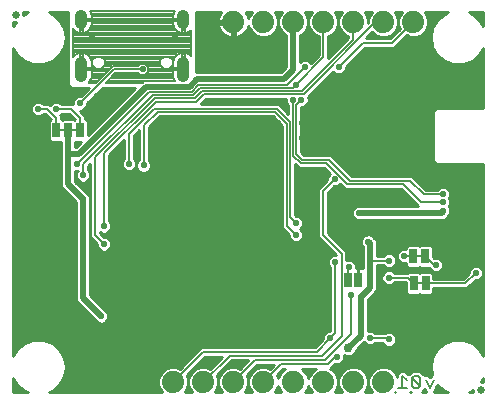
<source format=gbl>
G75*
%MOIN*%
%OFA0B0*%
%FSLAX25Y25*%
%IPPOS*%
%LPD*%
%AMOC8*
5,1,8,0,0,1.08239X$1,22.5*
%
%ADD10C,0.00800*%
%ADD11R,0.02500X0.05000*%
%ADD12R,0.01600X0.01000*%
%ADD13C,0.02500*%
%ADD14C,0.07400*%
%ADD15C,0.03937*%
%ADD16C,0.02000*%
%ADD17C,0.02200*%
%ADD18C,0.03000*%
%ADD19C,0.00600*%
%ADD20C,0.01000*%
D10*
X0180152Y0179800D02*
X0180342Y0179990D01*
X0180711Y0180541D01*
X0180964Y0181154D01*
X0181094Y0181805D01*
X0181094Y0183902D01*
X0178125Y0183902D01*
X0178125Y0184702D01*
X0177325Y0184702D01*
X0177325Y0189823D01*
X0176743Y0189707D01*
X0176130Y0189453D01*
X0175578Y0189084D01*
X0175109Y0188615D01*
X0174833Y0188202D01*
X0174833Y0197843D01*
X0175109Y0197431D01*
X0175578Y0196961D01*
X0176130Y0196593D01*
X0176743Y0196339D01*
X0177325Y0196223D01*
X0177325Y0200359D01*
X0178125Y0200359D01*
X0178125Y0196223D01*
X0178708Y0196339D01*
X0179321Y0196593D01*
X0179873Y0196961D01*
X0180342Y0197431D01*
X0180711Y0197982D01*
X0180964Y0198595D01*
X0181094Y0199246D01*
X0181094Y0200359D01*
X0178125Y0200359D01*
X0178125Y0201159D01*
X0181094Y0201159D01*
X0181094Y0202272D01*
X0180964Y0202923D01*
X0180711Y0203536D01*
X0180601Y0203700D01*
X0208866Y0203700D01*
X0208756Y0203536D01*
X0208502Y0202923D01*
X0208373Y0202272D01*
X0208373Y0201159D01*
X0211341Y0201159D01*
X0211341Y0200359D01*
X0208373Y0200359D01*
X0208373Y0199246D01*
X0208502Y0198595D01*
X0208756Y0197982D01*
X0209125Y0197431D01*
X0209594Y0196961D01*
X0210146Y0196593D01*
X0210759Y0196339D01*
X0211341Y0196223D01*
X0211341Y0200359D01*
X0212141Y0200359D01*
X0212141Y0196223D01*
X0212724Y0196339D01*
X0213337Y0196593D01*
X0213888Y0196961D01*
X0214333Y0197406D01*
X0214333Y0188639D01*
X0213888Y0189084D01*
X0213337Y0189453D01*
X0212724Y0189707D01*
X0212141Y0189823D01*
X0212141Y0184702D01*
X0211341Y0184702D01*
X0211341Y0183902D01*
X0208373Y0183902D01*
X0208373Y0181805D01*
X0208502Y0181154D01*
X0208756Y0180541D01*
X0208917Y0180300D01*
X0198597Y0180300D01*
X0198097Y0179800D01*
X0185789Y0179800D01*
X0189089Y0183100D01*
X0196546Y0183100D01*
X0197346Y0182300D01*
X0198920Y0182300D01*
X0200033Y0183413D01*
X0200033Y0184987D01*
X0198920Y0186100D01*
X0197346Y0186100D01*
X0196546Y0185300D01*
X0188178Y0185300D01*
X0182678Y0179800D01*
X0180152Y0179800D01*
X0180618Y0180403D02*
X0183281Y0180403D01*
X0184080Y0181202D02*
X0180974Y0181202D01*
X0181094Y0182001D02*
X0184878Y0182001D01*
X0185677Y0182799D02*
X0181094Y0182799D01*
X0181094Y0183598D02*
X0186475Y0183598D01*
X0187274Y0184396D02*
X0184303Y0184396D01*
X0184217Y0184309D02*
X0185435Y0185528D01*
X0185435Y0187250D01*
X0184217Y0188468D01*
X0182494Y0188468D01*
X0181276Y0187250D01*
X0181276Y0185528D01*
X0182494Y0184309D01*
X0184217Y0184309D01*
X0185102Y0185195D02*
X0188072Y0185195D01*
X0188788Y0182799D02*
X0196847Y0182799D01*
X0199419Y0182799D02*
X0208373Y0182799D01*
X0208373Y0182001D02*
X0187989Y0182001D01*
X0187191Y0181202D02*
X0208493Y0181202D01*
X0208848Y0180403D02*
X0186392Y0180403D01*
X0182407Y0184396D02*
X0178125Y0184396D01*
X0178125Y0184702D02*
X0181094Y0184702D01*
X0181094Y0186799D01*
X0180964Y0187450D01*
X0180711Y0188063D01*
X0180342Y0188615D01*
X0179873Y0189084D01*
X0179321Y0189453D01*
X0178708Y0189707D01*
X0178125Y0189823D01*
X0178125Y0184702D01*
X0178125Y0185195D02*
X0177325Y0185195D01*
X0177325Y0185993D02*
X0178125Y0185993D01*
X0178125Y0186792D02*
X0177325Y0186792D01*
X0177325Y0187590D02*
X0178125Y0187590D01*
X0178125Y0188389D02*
X0177325Y0188389D01*
X0177325Y0189187D02*
X0178125Y0189187D01*
X0179719Y0189187D02*
X0209748Y0189187D01*
X0209594Y0189084D02*
X0209125Y0188615D01*
X0208756Y0188063D01*
X0208502Y0187450D01*
X0208373Y0186799D01*
X0208373Y0184702D01*
X0211341Y0184702D01*
X0211341Y0189823D01*
X0210759Y0189707D01*
X0210146Y0189453D01*
X0209594Y0189084D01*
X0208973Y0188389D02*
X0207053Y0188389D01*
X0206973Y0188468D02*
X0205250Y0188468D01*
X0204032Y0187250D01*
X0204032Y0185528D01*
X0205250Y0184309D01*
X0206973Y0184309D01*
X0208191Y0185528D01*
X0208191Y0187250D01*
X0206973Y0188468D01*
X0207851Y0187590D02*
X0208560Y0187590D01*
X0208373Y0186792D02*
X0208191Y0186792D01*
X0208191Y0185993D02*
X0208373Y0185993D01*
X0208373Y0185195D02*
X0207858Y0185195D01*
X0207059Y0184396D02*
X0211341Y0184396D01*
X0211341Y0185195D02*
X0212141Y0185195D01*
X0212141Y0185993D02*
X0211341Y0185993D01*
X0211341Y0186792D02*
X0212141Y0186792D01*
X0212141Y0187590D02*
X0211341Y0187590D01*
X0211341Y0188389D02*
X0212141Y0188389D01*
X0212141Y0189187D02*
X0211341Y0189187D01*
X0213734Y0189187D02*
X0214333Y0189187D01*
X0214333Y0189986D02*
X0174833Y0189986D01*
X0174833Y0190784D02*
X0214333Y0190784D01*
X0214333Y0191583D02*
X0174833Y0191583D01*
X0174833Y0192381D02*
X0214333Y0192381D01*
X0214333Y0193180D02*
X0174833Y0193180D01*
X0174833Y0193978D02*
X0214333Y0193978D01*
X0214333Y0194777D02*
X0174833Y0194777D01*
X0174833Y0195575D02*
X0214333Y0195575D01*
X0214333Y0196374D02*
X0212808Y0196374D01*
X0212141Y0196374D02*
X0211341Y0196374D01*
X0210675Y0196374D02*
X0178792Y0196374D01*
X0178125Y0196374D02*
X0177325Y0196374D01*
X0176659Y0196374D02*
X0174833Y0196374D01*
X0174833Y0197172D02*
X0175367Y0197172D01*
X0177325Y0197172D02*
X0178125Y0197172D01*
X0178125Y0197971D02*
X0177325Y0197971D01*
X0177325Y0198769D02*
X0178125Y0198769D01*
X0178125Y0199568D02*
X0177325Y0199568D01*
X0178125Y0200366D02*
X0211341Y0200366D01*
X0211341Y0199568D02*
X0212141Y0199568D01*
X0212141Y0198769D02*
X0211341Y0198769D01*
X0211341Y0197971D02*
X0212141Y0197971D01*
X0212141Y0197172D02*
X0211341Y0197172D01*
X0209383Y0197172D02*
X0180084Y0197172D01*
X0180703Y0197971D02*
X0208764Y0197971D01*
X0208468Y0198769D02*
X0180999Y0198769D01*
X0181094Y0199568D02*
X0208373Y0199568D01*
X0208373Y0201165D02*
X0181094Y0201165D01*
X0181094Y0201963D02*
X0208373Y0201963D01*
X0208470Y0202762D02*
X0180997Y0202762D01*
X0180694Y0203560D02*
X0208773Y0203560D01*
X0214099Y0197172D02*
X0214333Y0197172D01*
X0205170Y0188389D02*
X0184297Y0188389D01*
X0185095Y0187590D02*
X0204372Y0187590D01*
X0204032Y0186792D02*
X0185435Y0186792D01*
X0185435Y0185993D02*
X0197239Y0185993D01*
X0199027Y0185993D02*
X0204032Y0185993D01*
X0204365Y0185195D02*
X0199826Y0185195D01*
X0200033Y0184396D02*
X0205163Y0184396D01*
X0208373Y0183598D02*
X0200033Y0183598D01*
X0182414Y0188389D02*
X0180493Y0188389D01*
X0180907Y0187590D02*
X0181616Y0187590D01*
X0181276Y0186792D02*
X0181094Y0186792D01*
X0181094Y0185993D02*
X0181276Y0185993D01*
X0181094Y0185195D02*
X0181609Y0185195D01*
X0175732Y0189187D02*
X0174833Y0189187D01*
X0174833Y0188389D02*
X0174958Y0188389D01*
X0284730Y0082104D02*
X0284730Y0077900D01*
X0286131Y0077900D02*
X0283329Y0077900D01*
X0286131Y0080702D02*
X0284730Y0082104D01*
X0287933Y0081403D02*
X0290735Y0078601D01*
X0290035Y0077900D01*
X0288634Y0077900D01*
X0287933Y0078601D01*
X0287933Y0081403D01*
X0288634Y0082104D01*
X0290035Y0082104D01*
X0290735Y0081403D01*
X0290735Y0078601D01*
X0292537Y0080702D02*
X0293938Y0077900D01*
X0295339Y0080702D01*
D11*
X0292433Y0112900D03*
X0288433Y0112900D03*
X0288333Y0121900D03*
X0292333Y0121900D03*
X0269933Y0113900D03*
X0266733Y0113900D03*
X0177333Y0163900D03*
X0173333Y0163900D03*
X0169333Y0163900D03*
D12*
X0171333Y0163900D03*
X0175333Y0163900D03*
X0290333Y0121900D03*
X0290433Y0112900D03*
D13*
X0310833Y0077500D03*
X0155833Y0202400D03*
D14*
X0228333Y0200000D03*
X0238333Y0200000D03*
X0248333Y0200000D03*
X0258333Y0200000D03*
X0268333Y0200000D03*
X0278333Y0200000D03*
X0288333Y0200000D03*
X0278333Y0080000D03*
X0268333Y0080000D03*
X0258333Y0080000D03*
X0248333Y0080000D03*
X0238333Y0080000D03*
X0228333Y0080000D03*
X0218333Y0080000D03*
X0208333Y0080000D03*
D15*
X0211741Y0186468D02*
X0211741Y0186468D01*
X0211741Y0182136D01*
X0211741Y0182136D01*
X0211741Y0186468D01*
X0211741Y0185876D02*
X0211741Y0185876D01*
X0211741Y0201940D02*
X0211741Y0201940D01*
X0211741Y0199578D01*
X0211741Y0199578D01*
X0211741Y0201940D01*
X0177725Y0201940D02*
X0177725Y0201940D01*
X0177725Y0199578D01*
X0177725Y0199578D01*
X0177725Y0201940D01*
X0177725Y0186468D02*
X0177725Y0186468D01*
X0177725Y0182136D01*
X0177725Y0182136D01*
X0177725Y0186468D01*
X0177725Y0185876D02*
X0177725Y0185876D01*
D16*
X0199342Y0178500D02*
X0213833Y0178500D01*
X0216233Y0180900D01*
X0220833Y0180900D01*
X0245233Y0180900D01*
X0248333Y0184000D01*
X0248333Y0200000D01*
X0199342Y0178500D02*
X0176842Y0156000D01*
X0173333Y0156000D01*
X0173333Y0145869D01*
X0178333Y0140869D01*
X0178333Y0107900D01*
X0184333Y0101900D01*
X0173333Y0156000D02*
X0173333Y0163900D01*
X0270333Y0136400D02*
X0297833Y0136400D01*
X0298333Y0136900D01*
X0273833Y0126300D02*
X0273833Y0121000D01*
X0273833Y0111400D01*
X0270833Y0108400D01*
X0270833Y0095500D01*
X0266733Y0091400D01*
X0266633Y0091400D01*
X0273833Y0126300D02*
X0273333Y0126800D01*
D17*
X0273333Y0126800D03*
X0269333Y0121900D03*
X0266833Y0118400D03*
X0262333Y0119900D03*
X0251333Y0121400D03*
X0251333Y0116400D03*
X0251333Y0111400D03*
X0251333Y0106400D03*
X0251333Y0101400D03*
X0251333Y0096900D03*
X0243333Y0096900D03*
X0243333Y0101400D03*
X0243333Y0106400D03*
X0243333Y0111400D03*
X0243333Y0116400D03*
X0243333Y0121400D03*
X0243333Y0126400D03*
X0249333Y0129000D03*
X0251333Y0126400D03*
X0249333Y0133000D03*
X0243333Y0131400D03*
X0243333Y0136400D03*
X0243333Y0141400D03*
X0243333Y0146400D03*
X0251533Y0150600D03*
X0251533Y0157600D03*
X0251133Y0161400D03*
X0251333Y0166400D03*
X0243333Y0166400D03*
X0243333Y0161400D03*
X0243333Y0156400D03*
X0233333Y0156400D03*
X0233333Y0151400D03*
X0233333Y0146400D03*
X0233333Y0141400D03*
X0233333Y0136400D03*
X0233333Y0131400D03*
X0233333Y0126400D03*
X0233333Y0121400D03*
X0233333Y0116400D03*
X0233333Y0111400D03*
X0233333Y0106400D03*
X0233333Y0101400D03*
X0233333Y0096900D03*
X0223333Y0096900D03*
X0215833Y0096900D03*
X0223333Y0101400D03*
X0223333Y0106400D03*
X0215833Y0106400D03*
X0215833Y0111400D03*
X0215833Y0116400D03*
X0223333Y0116400D03*
X0223333Y0111400D03*
X0223333Y0121400D03*
X0215833Y0121400D03*
X0215833Y0126400D03*
X0223333Y0126400D03*
X0223333Y0131400D03*
X0215833Y0131400D03*
X0215833Y0136400D03*
X0215833Y0141400D03*
X0223333Y0141400D03*
X0223333Y0136400D03*
X0223333Y0146400D03*
X0215833Y0146400D03*
X0215833Y0151400D03*
X0223333Y0151400D03*
X0223333Y0156400D03*
X0215833Y0156400D03*
X0215833Y0161400D03*
X0215833Y0166400D03*
X0223333Y0166400D03*
X0223333Y0161400D03*
X0233333Y0161400D03*
X0233333Y0166400D03*
X0233433Y0173500D03*
X0226433Y0173500D03*
X0220833Y0180900D03*
X0208833Y0194900D03*
X0198133Y0184200D03*
X0192733Y0175800D03*
X0188333Y0172400D03*
X0182833Y0175400D03*
X0177333Y0172900D03*
X0169333Y0171000D03*
X0163333Y0171000D03*
X0156433Y0171900D03*
X0156333Y0163900D03*
X0156333Y0156400D03*
X0176239Y0152800D03*
X0178333Y0148900D03*
X0178333Y0144900D03*
X0178333Y0140869D03*
X0185333Y0131900D03*
X0185333Y0125900D03*
X0201333Y0119900D03*
X0209333Y0141400D03*
X0209333Y0145400D03*
X0203333Y0147900D03*
X0198433Y0152200D03*
X0196333Y0148400D03*
X0193533Y0152600D03*
X0188333Y0152400D03*
X0188333Y0148400D03*
X0203833Y0166400D03*
X0170333Y0178900D03*
X0170333Y0183900D03*
X0163333Y0178900D03*
X0156333Y0178900D03*
X0156333Y0183900D03*
X0181333Y0194900D03*
X0243333Y0189900D03*
X0243333Y0183900D03*
X0249133Y0179000D03*
X0248333Y0174000D03*
X0251033Y0174000D03*
X0257233Y0174900D03*
X0262733Y0173200D03*
X0262833Y0167700D03*
X0268233Y0167900D03*
X0274733Y0167800D03*
X0273333Y0173000D03*
X0280533Y0168000D03*
X0283333Y0173700D03*
X0283533Y0178900D03*
X0290633Y0179200D03*
X0294633Y0182900D03*
X0297133Y0179400D03*
X0303933Y0179300D03*
X0308533Y0182900D03*
X0310033Y0177400D03*
X0310733Y0172400D03*
X0294233Y0169000D03*
X0291033Y0166700D03*
X0294133Y0162500D03*
X0289233Y0160700D03*
X0284033Y0157500D03*
X0288633Y0154200D03*
X0294233Y0155800D03*
X0297833Y0152000D03*
X0304533Y0151800D03*
X0310933Y0152100D03*
X0298333Y0142506D03*
X0298333Y0139869D03*
X0298333Y0136900D03*
X0298833Y0132900D03*
X0289333Y0132900D03*
X0281833Y0124000D03*
X0280133Y0120500D03*
X0282933Y0117900D03*
X0280133Y0114800D03*
X0282633Y0112400D03*
X0282333Y0107900D03*
X0282333Y0102900D03*
X0284333Y0097900D03*
X0289333Y0097900D03*
X0288333Y0102900D03*
X0288333Y0107900D03*
X0302733Y0104000D03*
X0302333Y0097900D03*
X0293333Y0090000D03*
X0288333Y0090000D03*
X0283333Y0090000D03*
X0280262Y0094171D03*
X0273833Y0094600D03*
X0262833Y0088500D03*
X0260697Y0094536D03*
X0267470Y0109036D03*
X0270833Y0108400D03*
X0285333Y0122000D03*
X0295833Y0119000D03*
X0309233Y0116400D03*
X0270333Y0136400D03*
X0260833Y0141400D03*
X0251333Y0141400D03*
X0251333Y0136400D03*
X0262133Y0147600D03*
X0271733Y0157600D03*
X0277633Y0157500D03*
X0291033Y0149300D03*
X0243333Y0173300D03*
X0252333Y0184900D03*
X0263433Y0185000D03*
X0171333Y0128900D03*
X0166333Y0128900D03*
X0166333Y0123900D03*
X0171333Y0123900D03*
X0161333Y0122400D03*
X0156333Y0122400D03*
X0156333Y0116400D03*
X0161333Y0116400D03*
X0166333Y0116400D03*
X0171333Y0116400D03*
X0171333Y0108900D03*
X0166333Y0108900D03*
X0161333Y0108900D03*
X0156333Y0108900D03*
X0156333Y0101400D03*
X0161333Y0101400D03*
X0166333Y0101400D03*
X0171333Y0101400D03*
X0171333Y0096000D03*
X0184333Y0101900D03*
X0186833Y0093000D03*
X0186833Y0085000D03*
X0186833Y0079000D03*
X0180833Y0079000D03*
X0175333Y0079000D03*
X0180333Y0085000D03*
X0201833Y0087000D03*
X0201833Y0079000D03*
X0201833Y0095000D03*
X0156333Y0095900D03*
X0156333Y0133900D03*
X0161333Y0133900D03*
X0161333Y0141400D03*
X0156333Y0141400D03*
X0283333Y0085000D03*
X0288333Y0085000D03*
X0293333Y0085000D03*
D18*
X0266633Y0091400D03*
D19*
X0262833Y0088500D02*
X0262333Y0088500D01*
X0259833Y0086000D01*
X0244333Y0086000D01*
X0238333Y0080000D01*
X0235633Y0087300D02*
X0228333Y0080000D01*
X0227133Y0088800D02*
X0257930Y0088800D01*
X0264433Y0095303D01*
X0264433Y0122800D01*
X0258333Y0128900D01*
X0258333Y0143800D01*
X0262133Y0147600D01*
X0266333Y0146000D02*
X0259333Y0153000D01*
X0250833Y0153000D01*
X0248333Y0155500D01*
X0248333Y0174000D01*
X0249333Y0172300D02*
X0249333Y0156000D01*
X0251233Y0154100D01*
X0260233Y0154100D01*
X0267333Y0147000D01*
X0287333Y0147000D01*
X0291828Y0142506D01*
X0298333Y0142506D01*
X0298333Y0139869D02*
X0290965Y0139869D01*
X0284833Y0146000D01*
X0266333Y0146000D01*
X0249333Y0133000D02*
X0247333Y0135000D01*
X0247333Y0166600D01*
X0242782Y0171151D01*
X0201979Y0171151D01*
X0193533Y0162706D01*
X0193533Y0152600D01*
X0198433Y0152200D02*
X0198433Y0154300D01*
X0198629Y0154496D01*
X0198629Y0165604D01*
X0203176Y0170151D01*
X0242282Y0170151D01*
X0246333Y0166100D01*
X0246333Y0132000D01*
X0249333Y0129000D01*
X0262333Y0119900D02*
X0262333Y0096173D01*
X0260697Y0094536D01*
X0256161Y0090000D01*
X0218333Y0090000D01*
X0208333Y0080000D01*
X0218333Y0080000D02*
X0227133Y0088800D01*
X0235633Y0087300D02*
X0258930Y0087300D01*
X0267533Y0095903D01*
X0267533Y0108973D01*
X0267470Y0109036D01*
X0266733Y0113900D02*
X0266733Y0118300D01*
X0266833Y0118400D01*
X0273833Y0121000D02*
X0274333Y0120500D01*
X0280133Y0120500D01*
X0285333Y0122000D02*
X0285433Y0121900D01*
X0288333Y0121900D01*
X0292333Y0121900D02*
X0295233Y0119000D01*
X0295833Y0119000D01*
X0292433Y0112900D02*
X0305733Y0112900D01*
X0309233Y0116400D01*
X0288433Y0112900D02*
X0286533Y0114800D01*
X0280133Y0114800D01*
X0279862Y0094571D02*
X0273862Y0094571D01*
X0273833Y0094600D01*
X0279862Y0094571D02*
X0280262Y0094171D01*
X0185333Y0125900D02*
X0182333Y0128900D01*
X0182333Y0154900D01*
X0202133Y0174700D01*
X0215633Y0174700D01*
X0217933Y0177000D01*
X0251333Y0177000D01*
X0268333Y0194000D01*
X0268333Y0200000D01*
X0275733Y0199900D02*
X0278233Y0199900D01*
X0278333Y0200000D01*
X0275733Y0199900D02*
X0251833Y0176000D01*
X0218433Y0176000D01*
X0215885Y0173451D01*
X0202582Y0173451D01*
X0185333Y0156203D01*
X0185333Y0131900D01*
X0178333Y0148900D02*
X0178333Y0152597D01*
X0201436Y0175700D01*
X0215033Y0175700D01*
X0217333Y0178000D01*
X0248133Y0178000D01*
X0249133Y0179000D01*
X0258383Y0188250D01*
X0258383Y0199950D01*
X0258333Y0200000D01*
X0271433Y0193000D02*
X0281333Y0193000D01*
X0288333Y0200000D01*
X0271433Y0193000D02*
X0263433Y0185000D01*
X0252333Y0184900D02*
X0252233Y0184900D01*
X0246333Y0179000D01*
X0216738Y0179000D01*
X0214538Y0176800D01*
X0200239Y0176800D01*
X0176239Y0152800D01*
X0177333Y0163900D02*
X0177333Y0168000D01*
X0174333Y0171000D01*
X0169333Y0171000D01*
X0166333Y0171000D02*
X0169333Y0168000D01*
X0169333Y0163900D01*
X0166333Y0171000D02*
X0163333Y0171000D01*
X0177333Y0172900D02*
X0188633Y0184200D01*
X0198133Y0184200D01*
X0249333Y0172300D02*
X0251033Y0174000D01*
D20*
X0159823Y0076700D02*
X0155033Y0076700D01*
X0155033Y0081376D01*
X0156333Y0079126D01*
X0156333Y0079126D01*
X0158764Y0077086D01*
X0159823Y0076700D01*
X0159007Y0076997D02*
X0155033Y0076997D01*
X0155033Y0077996D02*
X0157679Y0077996D01*
X0158764Y0077086D02*
X0158764Y0077086D01*
X0156489Y0078994D02*
X0155033Y0078994D01*
X0155033Y0079993D02*
X0155832Y0079993D01*
X0155256Y0080991D02*
X0155033Y0080991D01*
X0155033Y0088624D02*
X0155033Y0191276D01*
X0156333Y0189026D01*
X0158764Y0186986D01*
X0158764Y0186986D01*
X0161746Y0185900D01*
X0164920Y0185900D01*
X0167903Y0186986D01*
X0170334Y0189026D01*
X0171921Y0191774D01*
X0171921Y0191774D01*
X0172472Y0194900D01*
X0171921Y0198026D01*
X0170334Y0200774D01*
X0170334Y0200774D01*
X0167903Y0202814D01*
X0167903Y0202814D01*
X0166843Y0203200D01*
X0173133Y0203200D01*
X0173133Y0179096D01*
X0174129Y0178100D01*
X0180271Y0178100D01*
X0177471Y0175300D01*
X0176856Y0175300D01*
X0175974Y0174935D01*
X0175299Y0174259D01*
X0174933Y0173377D01*
X0174933Y0172600D01*
X0171127Y0172600D01*
X0170693Y0173035D01*
X0169811Y0173400D01*
X0168856Y0173400D01*
X0167974Y0173035D01*
X0167299Y0172359D01*
X0167281Y0172316D01*
X0166996Y0172600D01*
X0165127Y0172600D01*
X0164693Y0173035D01*
X0163811Y0173400D01*
X0162856Y0173400D01*
X0161974Y0173035D01*
X0161299Y0172359D01*
X0160933Y0171477D01*
X0160933Y0170523D01*
X0161299Y0169641D01*
X0161974Y0168965D01*
X0162856Y0168600D01*
X0163811Y0168600D01*
X0164693Y0168965D01*
X0165127Y0169400D01*
X0165671Y0169400D01*
X0167458Y0167613D01*
X0166783Y0166938D01*
X0166783Y0160862D01*
X0167545Y0160100D01*
X0171033Y0160100D01*
X0171033Y0144916D01*
X0176033Y0139916D01*
X0176033Y0106947D01*
X0182199Y0100782D01*
X0182299Y0100541D01*
X0182974Y0099865D01*
X0183215Y0099765D01*
X0183381Y0099600D01*
X0183615Y0099600D01*
X0183856Y0099500D01*
X0184811Y0099500D01*
X0185052Y0099600D01*
X0185286Y0099600D01*
X0185451Y0099765D01*
X0185693Y0099865D01*
X0186368Y0100541D01*
X0186468Y0100782D01*
X0186633Y0100947D01*
X0186633Y0101181D01*
X0186733Y0101423D01*
X0186733Y0102377D01*
X0186633Y0102619D01*
X0186633Y0102853D01*
X0186468Y0103018D01*
X0186368Y0103259D01*
X0185693Y0103935D01*
X0185451Y0104035D01*
X0180633Y0108853D01*
X0180633Y0140150D01*
X0180733Y0140391D01*
X0180733Y0141346D01*
X0180633Y0141587D01*
X0180633Y0141821D01*
X0180468Y0141987D01*
X0180368Y0142228D01*
X0179693Y0142903D01*
X0179451Y0143003D01*
X0179286Y0143168D01*
X0175633Y0146821D01*
X0175633Y0150453D01*
X0175762Y0150400D01*
X0176439Y0150400D01*
X0176299Y0150259D01*
X0175933Y0149377D01*
X0175933Y0148423D01*
X0176299Y0147541D01*
X0176974Y0146865D01*
X0177856Y0146500D01*
X0178811Y0146500D01*
X0179693Y0146865D01*
X0180368Y0147541D01*
X0180733Y0148423D01*
X0180733Y0149377D01*
X0180368Y0150259D01*
X0179933Y0150694D01*
X0179933Y0151934D01*
X0180733Y0152734D01*
X0180733Y0128237D01*
X0182933Y0126037D01*
X0182933Y0125423D01*
X0183299Y0124541D01*
X0183974Y0123865D01*
X0184856Y0123500D01*
X0185811Y0123500D01*
X0186693Y0123865D01*
X0187368Y0124541D01*
X0187733Y0125423D01*
X0187733Y0126377D01*
X0187368Y0127259D01*
X0186693Y0127935D01*
X0185811Y0128300D01*
X0185196Y0128300D01*
X0183933Y0129563D01*
X0183933Y0129906D01*
X0183974Y0129865D01*
X0184856Y0129500D01*
X0185811Y0129500D01*
X0186693Y0129865D01*
X0187368Y0130541D01*
X0187733Y0131423D01*
X0187733Y0132377D01*
X0187368Y0133259D01*
X0186933Y0133694D01*
X0186933Y0155540D01*
X0191933Y0160540D01*
X0191933Y0154394D01*
X0191499Y0153959D01*
X0191133Y0153077D01*
X0191133Y0152123D01*
X0191499Y0151241D01*
X0192174Y0150565D01*
X0193056Y0150200D01*
X0194011Y0150200D01*
X0194893Y0150565D01*
X0195568Y0151241D01*
X0195933Y0152123D01*
X0195933Y0153077D01*
X0195568Y0153959D01*
X0195133Y0154394D01*
X0195133Y0162043D01*
X0197029Y0163939D01*
X0197029Y0155158D01*
X0196833Y0154963D01*
X0196833Y0153994D01*
X0196399Y0153559D01*
X0196033Y0152677D01*
X0196033Y0151723D01*
X0196399Y0150841D01*
X0197074Y0150165D01*
X0197956Y0149800D01*
X0198911Y0149800D01*
X0199793Y0150165D01*
X0200468Y0150841D01*
X0200833Y0151723D01*
X0200833Y0152677D01*
X0200468Y0153559D01*
X0200212Y0153816D01*
X0200229Y0153833D01*
X0200229Y0164942D01*
X0203839Y0168551D01*
X0241619Y0168551D01*
X0244733Y0165437D01*
X0244733Y0131337D01*
X0245671Y0130400D01*
X0246933Y0129137D01*
X0246933Y0128523D01*
X0247299Y0127641D01*
X0247974Y0126965D01*
X0248856Y0126600D01*
X0249811Y0126600D01*
X0250693Y0126965D01*
X0251368Y0127641D01*
X0251733Y0128523D01*
X0251733Y0129477D01*
X0251368Y0130359D01*
X0250727Y0131000D01*
X0251368Y0131641D01*
X0251733Y0132523D01*
X0251733Y0133477D01*
X0251368Y0134359D01*
X0250693Y0135035D01*
X0249811Y0135400D01*
X0249196Y0135400D01*
X0248933Y0135663D01*
X0248933Y0152637D01*
X0250171Y0151400D01*
X0258671Y0151400D01*
X0260605Y0149466D01*
X0260099Y0148959D01*
X0259733Y0148077D01*
X0259733Y0147463D01*
X0256733Y0144463D01*
X0256733Y0128237D01*
X0262671Y0122300D01*
X0261856Y0122300D01*
X0260974Y0121935D01*
X0260299Y0121259D01*
X0259933Y0120377D01*
X0259933Y0119423D01*
X0260299Y0118541D01*
X0260733Y0118106D01*
X0260733Y0096936D01*
X0260220Y0096936D01*
X0259337Y0096571D01*
X0258662Y0095896D01*
X0258297Y0095014D01*
X0258297Y0094399D01*
X0255498Y0091600D01*
X0217671Y0091600D01*
X0216733Y0090663D01*
X0210560Y0084490D01*
X0209328Y0085000D01*
X0207339Y0085000D01*
X0205501Y0084239D01*
X0204095Y0082832D01*
X0203333Y0080995D01*
X0203333Y0079005D01*
X0204095Y0077168D01*
X0204562Y0076700D01*
X0166843Y0076700D01*
X0167903Y0077086D01*
X0170334Y0079126D01*
X0171921Y0081874D01*
X0171921Y0081874D01*
X0172472Y0085000D01*
X0171921Y0088126D01*
X0170334Y0090874D01*
X0170334Y0090874D01*
X0167903Y0092914D01*
X0167903Y0092914D01*
X0164920Y0094000D01*
X0161746Y0094000D01*
X0158764Y0092914D01*
X0156333Y0090874D01*
X0156333Y0090874D01*
X0155033Y0088624D01*
X0155033Y0088979D02*
X0155238Y0088979D01*
X0155033Y0089978D02*
X0155815Y0089978D01*
X0156333Y0090874D02*
X0156333Y0090874D01*
X0156454Y0090976D02*
X0155033Y0090976D01*
X0155033Y0091975D02*
X0157644Y0091975D01*
X0158764Y0092914D02*
X0158764Y0092914D01*
X0158925Y0092973D02*
X0155033Y0092973D01*
X0155033Y0093972D02*
X0161669Y0093972D01*
X0164998Y0093972D02*
X0257870Y0093972D01*
X0258297Y0094970D02*
X0155033Y0094970D01*
X0155033Y0095969D02*
X0258735Y0095969D01*
X0260733Y0096967D02*
X0155033Y0096967D01*
X0155033Y0097966D02*
X0260733Y0097966D01*
X0260733Y0098964D02*
X0155033Y0098964D01*
X0155033Y0099963D02*
X0182876Y0099963D01*
X0182019Y0100961D02*
X0155033Y0100961D01*
X0155033Y0101960D02*
X0181021Y0101960D01*
X0180022Y0102958D02*
X0155033Y0102958D01*
X0155033Y0103957D02*
X0179024Y0103957D01*
X0178025Y0104955D02*
X0155033Y0104955D01*
X0155033Y0105954D02*
X0177027Y0105954D01*
X0176033Y0106952D02*
X0155033Y0106952D01*
X0155033Y0107951D02*
X0176033Y0107951D01*
X0176033Y0108949D02*
X0155033Y0108949D01*
X0155033Y0109948D02*
X0176033Y0109948D01*
X0176033Y0110946D02*
X0155033Y0110946D01*
X0155033Y0111945D02*
X0176033Y0111945D01*
X0176033Y0112943D02*
X0155033Y0112943D01*
X0155033Y0113942D02*
X0176033Y0113942D01*
X0176033Y0114940D02*
X0155033Y0114940D01*
X0155033Y0115939D02*
X0176033Y0115939D01*
X0176033Y0116937D02*
X0155033Y0116937D01*
X0155033Y0117936D02*
X0176033Y0117936D01*
X0176033Y0118934D02*
X0155033Y0118934D01*
X0155033Y0119933D02*
X0176033Y0119933D01*
X0176033Y0120932D02*
X0155033Y0120932D01*
X0155033Y0121930D02*
X0176033Y0121930D01*
X0176033Y0122929D02*
X0155033Y0122929D01*
X0155033Y0123927D02*
X0176033Y0123927D01*
X0176033Y0124926D02*
X0155033Y0124926D01*
X0155033Y0125924D02*
X0176033Y0125924D01*
X0176033Y0126923D02*
X0155033Y0126923D01*
X0155033Y0127921D02*
X0176033Y0127921D01*
X0176033Y0128920D02*
X0155033Y0128920D01*
X0155033Y0129918D02*
X0176033Y0129918D01*
X0176033Y0130917D02*
X0155033Y0130917D01*
X0155033Y0131915D02*
X0176033Y0131915D01*
X0176033Y0132914D02*
X0155033Y0132914D01*
X0155033Y0133912D02*
X0176033Y0133912D01*
X0176033Y0134911D02*
X0155033Y0134911D01*
X0155033Y0135909D02*
X0176033Y0135909D01*
X0176033Y0136908D02*
X0155033Y0136908D01*
X0155033Y0137906D02*
X0176033Y0137906D01*
X0176033Y0138905D02*
X0155033Y0138905D01*
X0155033Y0139903D02*
X0176033Y0139903D01*
X0175047Y0140902D02*
X0155033Y0140902D01*
X0155033Y0141900D02*
X0174049Y0141900D01*
X0173050Y0142899D02*
X0155033Y0142899D01*
X0155033Y0143897D02*
X0172052Y0143897D01*
X0171053Y0144896D02*
X0155033Y0144896D01*
X0155033Y0145894D02*
X0171033Y0145894D01*
X0171033Y0146893D02*
X0155033Y0146893D01*
X0155033Y0147891D02*
X0171033Y0147891D01*
X0171033Y0148890D02*
X0155033Y0148890D01*
X0155033Y0149888D02*
X0171033Y0149888D01*
X0171033Y0150887D02*
X0155033Y0150887D01*
X0155033Y0151885D02*
X0171033Y0151885D01*
X0171033Y0152884D02*
X0155033Y0152884D01*
X0155033Y0153882D02*
X0171033Y0153882D01*
X0171033Y0154881D02*
X0155033Y0154881D01*
X0155033Y0155879D02*
X0171033Y0155879D01*
X0171033Y0156878D02*
X0155033Y0156878D01*
X0155033Y0157876D02*
X0171033Y0157876D01*
X0171033Y0158875D02*
X0155033Y0158875D01*
X0155033Y0159873D02*
X0171033Y0159873D01*
X0166783Y0160872D02*
X0155033Y0160872D01*
X0155033Y0161870D02*
X0166783Y0161870D01*
X0166783Y0162869D02*
X0155033Y0162869D01*
X0155033Y0163868D02*
X0166783Y0163868D01*
X0166783Y0164866D02*
X0155033Y0164866D01*
X0155033Y0165865D02*
X0166783Y0165865D01*
X0166783Y0166863D02*
X0155033Y0166863D01*
X0155033Y0167862D02*
X0167209Y0167862D01*
X0166211Y0168860D02*
X0164439Y0168860D01*
X0162228Y0168860D02*
X0155033Y0168860D01*
X0155033Y0169859D02*
X0161208Y0169859D01*
X0160933Y0170857D02*
X0155033Y0170857D01*
X0155033Y0171856D02*
X0161090Y0171856D01*
X0161793Y0172854D02*
X0155033Y0172854D01*
X0155033Y0173853D02*
X0175130Y0173853D01*
X0174933Y0172854D02*
X0170873Y0172854D01*
X0167793Y0172854D02*
X0164873Y0172854D01*
X0170693Y0168965D02*
X0171127Y0169400D01*
X0173671Y0169400D01*
X0175458Y0167613D01*
X0175333Y0167488D01*
X0175122Y0167700D01*
X0171545Y0167700D01*
X0171333Y0167488D01*
X0171122Y0167700D01*
X0170933Y0167700D01*
X0170933Y0168663D01*
X0170649Y0168947D01*
X0170693Y0168965D01*
X0170736Y0168860D02*
X0174211Y0168860D01*
X0175209Y0167862D02*
X0170933Y0167862D01*
X0177096Y0170500D02*
X0177811Y0170500D01*
X0178693Y0170865D01*
X0179368Y0171541D01*
X0179733Y0172423D01*
X0179733Y0173037D01*
X0184796Y0178100D01*
X0195689Y0178100D01*
X0179883Y0162294D01*
X0179883Y0166938D01*
X0179122Y0167700D01*
X0178933Y0167700D01*
X0178933Y0168663D01*
X0177996Y0169600D01*
X0177096Y0170500D01*
X0177737Y0169859D02*
X0187448Y0169859D01*
X0188447Y0170857D02*
X0178673Y0170857D01*
X0179498Y0171856D02*
X0189445Y0171856D01*
X0190444Y0172854D02*
X0179733Y0172854D01*
X0180549Y0173853D02*
X0191442Y0173853D01*
X0192441Y0174851D02*
X0181547Y0174851D01*
X0182546Y0175850D02*
X0193439Y0175850D01*
X0194438Y0176848D02*
X0183544Y0176848D01*
X0184543Y0177847D02*
X0195436Y0177847D01*
X0203149Y0167862D02*
X0242309Y0167862D01*
X0243308Y0166863D02*
X0202150Y0166863D01*
X0201152Y0165865D02*
X0244306Y0165865D01*
X0244733Y0164866D02*
X0200229Y0164866D01*
X0200229Y0163868D02*
X0244733Y0163868D01*
X0244733Y0162869D02*
X0200229Y0162869D01*
X0200229Y0161870D02*
X0244733Y0161870D01*
X0244733Y0160872D02*
X0200229Y0160872D01*
X0200229Y0159873D02*
X0244733Y0159873D01*
X0244733Y0158875D02*
X0200229Y0158875D01*
X0200229Y0157876D02*
X0244733Y0157876D01*
X0244733Y0156878D02*
X0200229Y0156878D01*
X0200229Y0155879D02*
X0244733Y0155879D01*
X0244733Y0154881D02*
X0200229Y0154881D01*
X0200229Y0153882D02*
X0244733Y0153882D01*
X0244733Y0152884D02*
X0200748Y0152884D01*
X0200833Y0151885D02*
X0244733Y0151885D01*
X0244733Y0150887D02*
X0200487Y0150887D01*
X0199124Y0149888D02*
X0244733Y0149888D01*
X0244733Y0148890D02*
X0186933Y0148890D01*
X0186933Y0149888D02*
X0197743Y0149888D01*
X0196380Y0150887D02*
X0195214Y0150887D01*
X0195835Y0151885D02*
X0196033Y0151885D01*
X0196119Y0152884D02*
X0195933Y0152884D01*
X0195600Y0153882D02*
X0196722Y0153882D01*
X0196833Y0154881D02*
X0195133Y0154881D01*
X0195133Y0155879D02*
X0197029Y0155879D01*
X0197029Y0156878D02*
X0195133Y0156878D01*
X0195133Y0157876D02*
X0197029Y0157876D01*
X0197029Y0158875D02*
X0195133Y0158875D01*
X0195133Y0159873D02*
X0197029Y0159873D01*
X0197029Y0160872D02*
X0195133Y0160872D01*
X0195133Y0161870D02*
X0197029Y0161870D01*
X0197029Y0162869D02*
X0195959Y0162869D01*
X0196958Y0163868D02*
X0197029Y0163868D01*
X0191933Y0159873D02*
X0191267Y0159873D01*
X0191933Y0158875D02*
X0190268Y0158875D01*
X0189270Y0157876D02*
X0191933Y0157876D01*
X0191933Y0156878D02*
X0188271Y0156878D01*
X0187273Y0155879D02*
X0191933Y0155879D01*
X0191933Y0154881D02*
X0186933Y0154881D01*
X0186933Y0153882D02*
X0191467Y0153882D01*
X0191133Y0152884D02*
X0186933Y0152884D01*
X0186933Y0151885D02*
X0191232Y0151885D01*
X0191852Y0150887D02*
X0186933Y0150887D01*
X0186933Y0147891D02*
X0244733Y0147891D01*
X0244733Y0146893D02*
X0186933Y0146893D01*
X0186933Y0145894D02*
X0244733Y0145894D01*
X0244733Y0144896D02*
X0186933Y0144896D01*
X0186933Y0143897D02*
X0244733Y0143897D01*
X0244733Y0142899D02*
X0186933Y0142899D01*
X0186933Y0141900D02*
X0244733Y0141900D01*
X0244733Y0140902D02*
X0186933Y0140902D01*
X0186933Y0139903D02*
X0244733Y0139903D01*
X0244733Y0138905D02*
X0186933Y0138905D01*
X0186933Y0137906D02*
X0244733Y0137906D01*
X0244733Y0136908D02*
X0186933Y0136908D01*
X0186933Y0135909D02*
X0244733Y0135909D01*
X0244733Y0134911D02*
X0186933Y0134911D01*
X0186933Y0133912D02*
X0244733Y0133912D01*
X0244733Y0132914D02*
X0187511Y0132914D01*
X0187733Y0131915D02*
X0244733Y0131915D01*
X0245154Y0130917D02*
X0187524Y0130917D01*
X0186746Y0129918D02*
X0246152Y0129918D01*
X0246933Y0128920D02*
X0184576Y0128920D01*
X0186706Y0127921D02*
X0247182Y0127921D01*
X0248077Y0126923D02*
X0187507Y0126923D01*
X0187733Y0125924D02*
X0259047Y0125924D01*
X0260045Y0124926D02*
X0187527Y0124926D01*
X0186754Y0123927D02*
X0261044Y0123927D01*
X0262042Y0122929D02*
X0180633Y0122929D01*
X0180633Y0123927D02*
X0183912Y0123927D01*
X0183139Y0124926D02*
X0180633Y0124926D01*
X0180633Y0125924D02*
X0182933Y0125924D01*
X0182048Y0126923D02*
X0180633Y0126923D01*
X0180633Y0127921D02*
X0181049Y0127921D01*
X0180733Y0128920D02*
X0180633Y0128920D01*
X0180633Y0129918D02*
X0180733Y0129918D01*
X0180733Y0130917D02*
X0180633Y0130917D01*
X0180633Y0131915D02*
X0180733Y0131915D01*
X0180733Y0132914D02*
X0180633Y0132914D01*
X0180633Y0133912D02*
X0180733Y0133912D01*
X0180733Y0134911D02*
X0180633Y0134911D01*
X0180633Y0135909D02*
X0180733Y0135909D01*
X0180733Y0136908D02*
X0180633Y0136908D01*
X0180633Y0137906D02*
X0180733Y0137906D01*
X0180733Y0138905D02*
X0180633Y0138905D01*
X0180633Y0139903D02*
X0180733Y0139903D01*
X0180733Y0140902D02*
X0180733Y0140902D01*
X0180733Y0141900D02*
X0180554Y0141900D01*
X0180733Y0142899D02*
X0179697Y0142899D01*
X0179286Y0143168D02*
X0179286Y0143168D01*
X0178557Y0143897D02*
X0180733Y0143897D01*
X0180733Y0144896D02*
X0177559Y0144896D01*
X0176560Y0145894D02*
X0180733Y0145894D01*
X0180733Y0146893D02*
X0179720Y0146893D01*
X0180513Y0147891D02*
X0180733Y0147891D01*
X0180733Y0148890D02*
X0180733Y0148890D01*
X0180733Y0149888D02*
X0180522Y0149888D01*
X0180733Y0150887D02*
X0179933Y0150887D01*
X0179933Y0151885D02*
X0180733Y0151885D01*
X0176145Y0149888D02*
X0175633Y0149888D01*
X0175633Y0148890D02*
X0175933Y0148890D01*
X0176153Y0147891D02*
X0175633Y0147891D01*
X0175633Y0146893D02*
X0176946Y0146893D01*
X0175889Y0158300D02*
X0175633Y0158300D01*
X0175633Y0160100D01*
X0177689Y0160100D01*
X0175889Y0158300D01*
X0175633Y0158875D02*
X0176464Y0158875D01*
X0175633Y0159873D02*
X0177463Y0159873D01*
X0179883Y0162869D02*
X0180458Y0162869D01*
X0179883Y0163868D02*
X0181457Y0163868D01*
X0182455Y0164866D02*
X0179883Y0164866D01*
X0179883Y0165865D02*
X0183454Y0165865D01*
X0184452Y0166863D02*
X0179883Y0166863D01*
X0178933Y0167862D02*
X0185451Y0167862D01*
X0186450Y0168860D02*
X0178736Y0168860D01*
X0175890Y0174851D02*
X0155033Y0174851D01*
X0155033Y0175850D02*
X0178020Y0175850D01*
X0179019Y0176848D02*
X0155033Y0176848D01*
X0155033Y0177847D02*
X0180017Y0177847D01*
X0173384Y0178845D02*
X0155033Y0178845D01*
X0155033Y0179844D02*
X0173133Y0179844D01*
X0173133Y0180842D02*
X0155033Y0180842D01*
X0155033Y0181841D02*
X0173133Y0181841D01*
X0173133Y0182839D02*
X0155033Y0182839D01*
X0155033Y0183838D02*
X0173133Y0183838D01*
X0173133Y0184836D02*
X0155033Y0184836D01*
X0155033Y0185835D02*
X0173133Y0185835D01*
X0173133Y0186833D02*
X0167484Y0186833D01*
X0167903Y0186986D02*
X0167903Y0186986D01*
X0168911Y0187832D02*
X0173133Y0187832D01*
X0173133Y0188830D02*
X0170101Y0188830D01*
X0170334Y0189026D02*
X0170334Y0189026D01*
X0170334Y0189026D01*
X0170798Y0189829D02*
X0173133Y0189829D01*
X0173133Y0190827D02*
X0171374Y0190827D01*
X0171930Y0191826D02*
X0173133Y0191826D01*
X0173133Y0192824D02*
X0172106Y0192824D01*
X0172282Y0193823D02*
X0173133Y0193823D01*
X0173133Y0194821D02*
X0172458Y0194821D01*
X0172472Y0194900D02*
X0172472Y0194900D01*
X0172310Y0195820D02*
X0173133Y0195820D01*
X0173133Y0196818D02*
X0172134Y0196818D01*
X0171958Y0197817D02*
X0173133Y0197817D01*
X0173133Y0198815D02*
X0171465Y0198815D01*
X0171921Y0198026D02*
X0171921Y0198026D01*
X0170889Y0199814D02*
X0173133Y0199814D01*
X0173133Y0200812D02*
X0170289Y0200812D01*
X0169099Y0201811D02*
X0173133Y0201811D01*
X0173133Y0202809D02*
X0167909Y0202809D01*
X0159823Y0203200D02*
X0158262Y0203200D01*
X0158383Y0202907D01*
X0158383Y0202495D01*
X0158764Y0202814D01*
X0158764Y0202814D01*
X0159823Y0203200D01*
X0158758Y0202809D02*
X0158383Y0202809D01*
X0155326Y0199850D02*
X0155033Y0199971D01*
X0155033Y0198524D01*
X0155799Y0199850D01*
X0155326Y0199850D01*
X0155033Y0199814D02*
X0155778Y0199814D01*
X0155202Y0198815D02*
X0155033Y0198815D01*
X0155033Y0190827D02*
X0155292Y0190827D01*
X0155033Y0189829D02*
X0155869Y0189829D01*
X0156565Y0188830D02*
X0155033Y0188830D01*
X0155033Y0187832D02*
X0157755Y0187832D01*
X0159182Y0186833D02*
X0155033Y0186833D01*
X0216033Y0186833D02*
X0246033Y0186833D01*
X0246033Y0185835D02*
X0216033Y0185835D01*
X0216033Y0184836D02*
X0245917Y0184836D01*
X0246033Y0184953D02*
X0244281Y0183200D01*
X0221552Y0183200D01*
X0221311Y0183300D01*
X0220356Y0183300D01*
X0220115Y0183200D01*
X0216033Y0183200D01*
X0216033Y0203200D01*
X0224231Y0203200D01*
X0223886Y0202725D01*
X0223514Y0201996D01*
X0223261Y0201218D01*
X0223148Y0200500D01*
X0227833Y0200500D01*
X0227833Y0199500D01*
X0223148Y0199500D01*
X0223261Y0198782D01*
X0223514Y0198004D01*
X0223886Y0197275D01*
X0224367Y0196612D01*
X0224946Y0196034D01*
X0225608Y0195553D01*
X0226337Y0195181D01*
X0227116Y0194928D01*
X0227833Y0194814D01*
X0227833Y0199500D01*
X0228833Y0199500D01*
X0228833Y0194814D01*
X0229551Y0194928D01*
X0230329Y0195181D01*
X0231059Y0195553D01*
X0231721Y0196034D01*
X0232300Y0196612D01*
X0232781Y0197275D01*
X0233152Y0198004D01*
X0233405Y0198782D01*
X0233411Y0198818D01*
X0234095Y0197168D01*
X0235501Y0195761D01*
X0237339Y0195000D01*
X0239328Y0195000D01*
X0241166Y0195761D01*
X0242572Y0197168D01*
X0243333Y0199005D01*
X0243333Y0200995D01*
X0242572Y0202832D01*
X0242204Y0203200D01*
X0244462Y0203200D01*
X0244095Y0202832D01*
X0243333Y0200995D01*
X0243333Y0199005D01*
X0244095Y0197168D01*
X0245501Y0195761D01*
X0246033Y0195541D01*
X0246033Y0184953D01*
X0244918Y0183838D02*
X0216033Y0183838D01*
X0216033Y0187832D02*
X0246033Y0187832D01*
X0246033Y0188830D02*
X0216033Y0188830D01*
X0216033Y0189829D02*
X0246033Y0189829D01*
X0246033Y0190827D02*
X0216033Y0190827D01*
X0216033Y0191826D02*
X0246033Y0191826D01*
X0246033Y0192824D02*
X0216033Y0192824D01*
X0216033Y0193823D02*
X0246033Y0193823D01*
X0246033Y0194821D02*
X0228877Y0194821D01*
X0228833Y0194821D02*
X0227833Y0194821D01*
X0227789Y0194821D02*
X0216033Y0194821D01*
X0216033Y0195820D02*
X0225240Y0195820D01*
X0224217Y0196818D02*
X0216033Y0196818D01*
X0216033Y0197817D02*
X0223610Y0197817D01*
X0223256Y0198815D02*
X0216033Y0198815D01*
X0216033Y0199814D02*
X0227833Y0199814D01*
X0227833Y0198815D02*
X0228833Y0198815D01*
X0228833Y0197817D02*
X0227833Y0197817D01*
X0227833Y0196818D02*
X0228833Y0196818D01*
X0228833Y0195820D02*
X0227833Y0195820D01*
X0231427Y0195820D02*
X0235442Y0195820D01*
X0234444Y0196818D02*
X0232449Y0196818D01*
X0233057Y0197817D02*
X0233826Y0197817D01*
X0233411Y0198815D02*
X0233412Y0198815D01*
X0233411Y0201182D02*
X0233405Y0201218D01*
X0233152Y0201996D01*
X0232781Y0202725D01*
X0232436Y0203200D01*
X0234462Y0203200D01*
X0234095Y0202832D01*
X0233411Y0201182D01*
X0233213Y0201811D02*
X0233671Y0201811D01*
X0234085Y0202809D02*
X0232720Y0202809D01*
X0223947Y0202809D02*
X0216033Y0202809D01*
X0216033Y0201811D02*
X0223454Y0201811D01*
X0223197Y0200812D02*
X0216033Y0200812D01*
X0241224Y0195820D02*
X0245442Y0195820D01*
X0244444Y0196818D02*
X0242223Y0196818D01*
X0242841Y0197817D02*
X0243826Y0197817D01*
X0243412Y0198815D02*
X0243255Y0198815D01*
X0243333Y0199814D02*
X0243333Y0199814D01*
X0243333Y0200812D02*
X0243333Y0200812D01*
X0242995Y0201811D02*
X0243671Y0201811D01*
X0244085Y0202809D02*
X0242582Y0202809D01*
X0252204Y0203200D02*
X0254462Y0203200D01*
X0254095Y0202832D01*
X0253333Y0200995D01*
X0252572Y0202832D01*
X0252204Y0203200D01*
X0252582Y0202809D02*
X0254085Y0202809D01*
X0253671Y0201811D02*
X0252995Y0201811D01*
X0253333Y0200995D02*
X0253333Y0199005D01*
X0252572Y0197168D01*
X0251166Y0195761D01*
X0250633Y0195541D01*
X0250633Y0186594D01*
X0250974Y0186935D01*
X0251856Y0187300D01*
X0252811Y0187300D01*
X0253693Y0186935D01*
X0254249Y0186378D01*
X0256783Y0188913D01*
X0256783Y0195230D01*
X0255501Y0195761D01*
X0254095Y0197168D01*
X0253333Y0199005D01*
X0253333Y0200995D01*
X0253333Y0200812D02*
X0253333Y0200812D01*
X0253333Y0199814D02*
X0253333Y0199814D01*
X0253255Y0198815D02*
X0253412Y0198815D01*
X0253826Y0197817D02*
X0252841Y0197817D01*
X0252223Y0196818D02*
X0254444Y0196818D01*
X0255442Y0195820D02*
X0251224Y0195820D01*
X0250633Y0194821D02*
X0256783Y0194821D01*
X0256783Y0193823D02*
X0250633Y0193823D01*
X0250633Y0192824D02*
X0256783Y0192824D01*
X0256783Y0191826D02*
X0250633Y0191826D01*
X0250633Y0190827D02*
X0256783Y0190827D01*
X0256783Y0189829D02*
X0250633Y0189829D01*
X0250633Y0188830D02*
X0256701Y0188830D01*
X0255702Y0187832D02*
X0250633Y0187832D01*
X0250633Y0186833D02*
X0250873Y0186833D01*
X0253794Y0186833D02*
X0254704Y0186833D01*
X0259983Y0187913D02*
X0259983Y0195271D01*
X0261166Y0195761D01*
X0262572Y0197168D01*
X0263333Y0199005D01*
X0263333Y0200995D01*
X0262572Y0202832D01*
X0262204Y0203200D01*
X0264462Y0203200D01*
X0264095Y0202832D01*
X0263333Y0200995D01*
X0263333Y0199005D01*
X0264095Y0197168D01*
X0265501Y0195761D01*
X0266733Y0195251D01*
X0266733Y0194663D01*
X0259983Y0187913D01*
X0259983Y0188830D02*
X0260901Y0188830D01*
X0259983Y0189829D02*
X0261899Y0189829D01*
X0262898Y0190827D02*
X0259983Y0190827D01*
X0259983Y0191826D02*
X0263896Y0191826D01*
X0264895Y0192824D02*
X0259983Y0192824D01*
X0259983Y0193823D02*
X0265893Y0193823D01*
X0266733Y0194821D02*
X0259983Y0194821D01*
X0261224Y0195820D02*
X0265442Y0195820D01*
X0264444Y0196818D02*
X0262223Y0196818D01*
X0262841Y0197817D02*
X0263826Y0197817D01*
X0263412Y0198815D02*
X0263255Y0198815D01*
X0263333Y0199814D02*
X0263333Y0199814D01*
X0263333Y0200812D02*
X0263333Y0200812D01*
X0262995Y0201811D02*
X0263671Y0201811D01*
X0264085Y0202809D02*
X0262582Y0202809D01*
X0272204Y0203200D02*
X0274462Y0203200D01*
X0274095Y0202832D01*
X0273333Y0200995D01*
X0273333Y0199763D01*
X0273333Y0199763D01*
X0273333Y0200995D01*
X0272572Y0202832D01*
X0272204Y0203200D01*
X0272582Y0202809D02*
X0274085Y0202809D01*
X0273671Y0201811D02*
X0272995Y0201811D01*
X0273333Y0200812D02*
X0273333Y0200812D01*
X0273333Y0199814D02*
X0273333Y0199814D01*
X0274679Y0196583D02*
X0275501Y0195761D01*
X0277339Y0195000D01*
X0279328Y0195000D01*
X0281166Y0195761D01*
X0282572Y0197168D01*
X0283333Y0199005D01*
X0283333Y0200995D01*
X0282572Y0202832D01*
X0282204Y0203200D01*
X0284462Y0203200D01*
X0284095Y0202832D01*
X0283333Y0200995D01*
X0283333Y0199005D01*
X0283844Y0197773D01*
X0280671Y0194600D01*
X0272696Y0194600D01*
X0274679Y0196583D01*
X0273916Y0195820D02*
X0275442Y0195820D01*
X0272917Y0194821D02*
X0280892Y0194821D01*
X0281224Y0195820D02*
X0281890Y0195820D01*
X0282223Y0196818D02*
X0282889Y0196818D01*
X0282841Y0197817D02*
X0283826Y0197817D01*
X0283412Y0198815D02*
X0283255Y0198815D01*
X0283333Y0199814D02*
X0283333Y0199814D01*
X0283333Y0200812D02*
X0283333Y0200812D01*
X0282995Y0201811D02*
X0283671Y0201811D01*
X0284085Y0202809D02*
X0282582Y0202809D01*
X0292204Y0203200D02*
X0299823Y0203200D01*
X0298764Y0202814D01*
X0296333Y0200774D01*
X0296333Y0200774D01*
X0294746Y0198026D01*
X0294746Y0198026D01*
X0294194Y0194900D01*
X0294746Y0191774D01*
X0296333Y0189026D01*
X0296333Y0189026D01*
X0298764Y0186986D01*
X0301746Y0185900D01*
X0304920Y0185900D01*
X0307903Y0186986D01*
X0310334Y0189026D01*
X0311633Y0191276D01*
X0311633Y0171174D01*
X0295787Y0171174D01*
X0295025Y0170412D01*
X0295025Y0153588D01*
X0295787Y0152826D01*
X0311633Y0152826D01*
X0311633Y0088624D01*
X0310334Y0090874D01*
X0307903Y0092914D01*
X0307903Y0092914D01*
X0304920Y0094000D01*
X0301746Y0094000D01*
X0298764Y0092914D01*
X0296333Y0090874D01*
X0296333Y0090874D01*
X0294746Y0088126D01*
X0294746Y0088126D01*
X0294194Y0085000D01*
X0294675Y0082273D01*
X0294134Y0082092D01*
X0293938Y0081701D01*
X0293742Y0082092D01*
X0292406Y0082538D01*
X0292139Y0082404D01*
X0291735Y0082808D01*
X0290739Y0083804D01*
X0290027Y0083804D01*
X0289338Y0083804D01*
X0288626Y0083804D01*
X0287929Y0083804D01*
X0287905Y0083779D01*
X0286934Y0082808D01*
X0286934Y0082808D01*
X0286682Y0082556D01*
X0286430Y0082808D01*
X0286222Y0083016D01*
X0285434Y0083804D01*
X0284026Y0083804D01*
X0283521Y0083298D01*
X0283030Y0082808D01*
X0283030Y0081726D01*
X0282572Y0082832D01*
X0281166Y0084239D01*
X0279328Y0085000D01*
X0277339Y0085000D01*
X0275501Y0084239D01*
X0274095Y0082832D01*
X0273333Y0080995D01*
X0272572Y0082832D01*
X0271166Y0084239D01*
X0269328Y0085000D01*
X0267339Y0085000D01*
X0265501Y0084239D01*
X0264095Y0082832D01*
X0263333Y0080995D01*
X0262572Y0082832D01*
X0261166Y0084239D01*
X0260578Y0084482D01*
X0261433Y0085337D01*
X0261433Y0085337D01*
X0262243Y0086147D01*
X0262356Y0086100D01*
X0263311Y0086100D01*
X0264193Y0086465D01*
X0264868Y0087141D01*
X0265233Y0088023D01*
X0265233Y0088949D01*
X0266076Y0088600D01*
X0267190Y0088600D01*
X0268219Y0089026D01*
X0269007Y0089814D01*
X0269433Y0090843D01*
X0269433Y0090847D01*
X0271813Y0093227D01*
X0272474Y0092565D01*
X0273356Y0092200D01*
X0274311Y0092200D01*
X0275193Y0092565D01*
X0275599Y0092971D01*
X0278161Y0092971D01*
X0278227Y0092812D01*
X0278903Y0092137D01*
X0279785Y0091771D01*
X0280739Y0091771D01*
X0281621Y0092137D01*
X0282297Y0092812D01*
X0282662Y0093694D01*
X0282662Y0094649D01*
X0282297Y0095531D01*
X0281621Y0096206D01*
X0280739Y0096571D01*
X0279785Y0096571D01*
X0278903Y0096206D01*
X0278868Y0096171D01*
X0275656Y0096171D01*
X0275193Y0096635D01*
X0274311Y0097000D01*
X0273356Y0097000D01*
X0273133Y0096908D01*
X0273133Y0107447D01*
X0276070Y0110384D01*
X0276133Y0110447D01*
X0276133Y0118900D01*
X0278339Y0118900D01*
X0278774Y0118465D01*
X0279656Y0118100D01*
X0280611Y0118100D01*
X0281493Y0118465D01*
X0282168Y0119141D01*
X0282533Y0120023D01*
X0282533Y0120977D01*
X0282168Y0121859D01*
X0281493Y0122535D01*
X0280611Y0122900D01*
X0279656Y0122900D01*
X0278774Y0122535D01*
X0278339Y0122100D01*
X0276133Y0122100D01*
X0276133Y0127253D01*
X0275468Y0127918D01*
X0275368Y0128159D01*
X0274693Y0128835D01*
X0274451Y0128935D01*
X0274286Y0129100D01*
X0274052Y0129100D01*
X0273811Y0129200D01*
X0272856Y0129200D01*
X0272615Y0129100D01*
X0272381Y0129100D01*
X0272215Y0128935D01*
X0271974Y0128835D01*
X0271299Y0128159D01*
X0271199Y0127918D01*
X0271033Y0127753D01*
X0271033Y0127519D01*
X0270933Y0127277D01*
X0270933Y0126323D01*
X0271033Y0126081D01*
X0271033Y0125847D01*
X0271199Y0125682D01*
X0271299Y0125441D01*
X0271533Y0125206D01*
X0271533Y0117859D01*
X0271381Y0117900D01*
X0270058Y0117900D01*
X0270058Y0114025D01*
X0269808Y0114025D01*
X0269808Y0117900D01*
X0269224Y0117900D01*
X0269233Y0117923D01*
X0269233Y0118877D01*
X0268868Y0119759D01*
X0268193Y0120435D01*
X0267311Y0120800D01*
X0266356Y0120800D01*
X0266033Y0120666D01*
X0266033Y0123463D01*
X0265096Y0124400D01*
X0259933Y0129563D01*
X0259933Y0143137D01*
X0261996Y0145200D01*
X0262611Y0145200D01*
X0263493Y0145565D01*
X0263999Y0146072D01*
X0265671Y0144400D01*
X0284171Y0144400D01*
X0289871Y0138700D01*
X0271052Y0138700D01*
X0270811Y0138800D01*
X0269856Y0138800D01*
X0269615Y0138700D01*
X0269381Y0138700D01*
X0269215Y0138535D01*
X0268974Y0138435D01*
X0268299Y0137759D01*
X0268199Y0137518D01*
X0268033Y0137353D01*
X0268033Y0137119D01*
X0267933Y0136877D01*
X0267933Y0135923D01*
X0268033Y0135681D01*
X0268033Y0135447D01*
X0268199Y0135282D01*
X0268299Y0135041D01*
X0268974Y0134365D01*
X0269215Y0134265D01*
X0269381Y0134100D01*
X0269615Y0134100D01*
X0269856Y0134000D01*
X0270811Y0134000D01*
X0271052Y0134100D01*
X0298786Y0134100D01*
X0299451Y0134765D01*
X0299693Y0134865D01*
X0300368Y0135541D01*
X0300468Y0135782D01*
X0300633Y0135947D01*
X0300633Y0136181D01*
X0300733Y0136423D01*
X0300733Y0137377D01*
X0300633Y0137619D01*
X0300633Y0137853D01*
X0300468Y0138018D01*
X0300368Y0138259D01*
X0300243Y0138384D01*
X0300368Y0138509D01*
X0300733Y0139391D01*
X0300733Y0140346D01*
X0300385Y0141187D01*
X0300733Y0142028D01*
X0300733Y0142983D01*
X0300368Y0143865D01*
X0299693Y0144540D01*
X0298811Y0144905D01*
X0297856Y0144905D01*
X0296974Y0144540D01*
X0296539Y0144105D01*
X0292491Y0144105D01*
X0287996Y0148600D01*
X0267996Y0148600D01*
X0261833Y0154763D01*
X0260896Y0155700D01*
X0251896Y0155700D01*
X0250933Y0156663D01*
X0250933Y0171600D01*
X0251511Y0171600D01*
X0252393Y0171965D01*
X0253068Y0172641D01*
X0253433Y0173523D01*
X0253433Y0174477D01*
X0253181Y0175085D01*
X0253433Y0175337D01*
X0261568Y0183472D01*
X0262074Y0182965D01*
X0262956Y0182600D01*
X0263911Y0182600D01*
X0264793Y0182965D01*
X0265468Y0183641D01*
X0265833Y0184523D01*
X0265833Y0185137D01*
X0272096Y0191400D01*
X0281996Y0191400D01*
X0286106Y0195510D01*
X0287339Y0195000D01*
X0289328Y0195000D01*
X0291166Y0195761D01*
X0292572Y0197168D01*
X0293333Y0199005D01*
X0293333Y0200995D01*
X0292572Y0202832D01*
X0292204Y0203200D01*
X0292582Y0202809D02*
X0298758Y0202809D01*
X0298764Y0202814D02*
X0298764Y0202814D01*
X0297568Y0201811D02*
X0292995Y0201811D01*
X0293333Y0200812D02*
X0296378Y0200812D01*
X0296333Y0200774D02*
X0296333Y0200774D01*
X0295778Y0199814D02*
X0293333Y0199814D01*
X0293255Y0198815D02*
X0295202Y0198815D01*
X0294709Y0197817D02*
X0292841Y0197817D01*
X0292223Y0196818D02*
X0294533Y0196818D01*
X0294357Y0195820D02*
X0291224Y0195820D01*
X0294194Y0194900D02*
X0294194Y0194900D01*
X0294208Y0194821D02*
X0285417Y0194821D01*
X0284419Y0193823D02*
X0294384Y0193823D01*
X0294560Y0192824D02*
X0283420Y0192824D01*
X0282422Y0191826D02*
X0294737Y0191826D01*
X0294746Y0191774D02*
X0294746Y0191774D01*
X0295292Y0190827D02*
X0271523Y0190827D01*
X0270525Y0189829D02*
X0295869Y0189829D01*
X0296565Y0188830D02*
X0269526Y0188830D01*
X0268528Y0187832D02*
X0297755Y0187832D01*
X0298764Y0186986D02*
X0298764Y0186986D01*
X0299182Y0186833D02*
X0267529Y0186833D01*
X0266531Y0185835D02*
X0311633Y0185835D01*
X0311633Y0186833D02*
X0307484Y0186833D01*
X0307903Y0186986D02*
X0307903Y0186986D01*
X0308911Y0187832D02*
X0311633Y0187832D01*
X0311633Y0188830D02*
X0310101Y0188830D01*
X0310334Y0189026D02*
X0310334Y0189026D01*
X0310334Y0189026D01*
X0310798Y0189829D02*
X0311633Y0189829D01*
X0311633Y0190827D02*
X0311374Y0190827D01*
X0311633Y0184836D02*
X0265833Y0184836D01*
X0265550Y0183838D02*
X0311633Y0183838D01*
X0311633Y0182839D02*
X0264488Y0182839D01*
X0262378Y0182839D02*
X0260935Y0182839D01*
X0259937Y0181841D02*
X0311633Y0181841D01*
X0311633Y0180842D02*
X0258938Y0180842D01*
X0257940Y0179844D02*
X0311633Y0179844D01*
X0311633Y0178845D02*
X0256941Y0178845D01*
X0255943Y0177847D02*
X0311633Y0177847D01*
X0311633Y0176848D02*
X0254944Y0176848D01*
X0253946Y0175850D02*
X0311633Y0175850D01*
X0311633Y0174851D02*
X0253279Y0174851D01*
X0253433Y0173853D02*
X0311633Y0173853D01*
X0311633Y0172854D02*
X0253156Y0172854D01*
X0252128Y0171856D02*
X0311633Y0171856D01*
X0295470Y0170857D02*
X0250933Y0170857D01*
X0250933Y0169859D02*
X0295025Y0169859D01*
X0295025Y0168860D02*
X0250933Y0168860D01*
X0250933Y0167862D02*
X0295025Y0167862D01*
X0295025Y0166863D02*
X0250933Y0166863D01*
X0250933Y0165865D02*
X0295025Y0165865D01*
X0295025Y0164866D02*
X0250933Y0164866D01*
X0250933Y0163868D02*
X0295025Y0163868D01*
X0295025Y0162869D02*
X0250933Y0162869D01*
X0250933Y0161870D02*
X0295025Y0161870D01*
X0295025Y0160872D02*
X0250933Y0160872D01*
X0250933Y0159873D02*
X0295025Y0159873D01*
X0295025Y0158875D02*
X0250933Y0158875D01*
X0250933Y0157876D02*
X0295025Y0157876D01*
X0295025Y0156878D02*
X0250933Y0156878D01*
X0251717Y0155879D02*
X0295025Y0155879D01*
X0295025Y0154881D02*
X0261715Y0154881D01*
X0262714Y0153882D02*
X0295025Y0153882D01*
X0295729Y0152884D02*
X0263712Y0152884D01*
X0264711Y0151885D02*
X0311633Y0151885D01*
X0311633Y0150887D02*
X0265709Y0150887D01*
X0266708Y0149888D02*
X0311633Y0149888D01*
X0311633Y0148890D02*
X0267706Y0148890D01*
X0264176Y0145894D02*
X0263822Y0145894D01*
X0265175Y0144896D02*
X0261692Y0144896D01*
X0260693Y0143897D02*
X0284673Y0143897D01*
X0285672Y0142899D02*
X0259933Y0142899D01*
X0259933Y0141900D02*
X0286670Y0141900D01*
X0287669Y0140902D02*
X0259933Y0140902D01*
X0259933Y0139903D02*
X0288667Y0139903D01*
X0289666Y0138905D02*
X0259933Y0138905D01*
X0259933Y0137906D02*
X0268445Y0137906D01*
X0267946Y0136908D02*
X0259933Y0136908D01*
X0259933Y0135909D02*
X0267939Y0135909D01*
X0268429Y0134911D02*
X0259933Y0134911D01*
X0259933Y0133912D02*
X0311633Y0133912D01*
X0311633Y0132914D02*
X0259933Y0132914D01*
X0259933Y0131915D02*
X0311633Y0131915D01*
X0311633Y0130917D02*
X0259933Y0130917D01*
X0259933Y0129918D02*
X0311633Y0129918D01*
X0311633Y0128920D02*
X0274488Y0128920D01*
X0275467Y0127921D02*
X0311633Y0127921D01*
X0311633Y0126923D02*
X0276133Y0126923D01*
X0276133Y0125924D02*
X0311633Y0125924D01*
X0311633Y0124926D02*
X0294883Y0124926D01*
X0294883Y0124938D02*
X0294122Y0125700D01*
X0290545Y0125700D01*
X0290333Y0125488D01*
X0290122Y0125700D01*
X0286545Y0125700D01*
X0285783Y0124938D01*
X0285783Y0124400D01*
X0284856Y0124400D01*
X0283974Y0124035D01*
X0283299Y0123359D01*
X0282933Y0122477D01*
X0282933Y0121523D01*
X0283299Y0120641D01*
X0283974Y0119965D01*
X0284856Y0119600D01*
X0285783Y0119600D01*
X0285783Y0118862D01*
X0286545Y0118100D01*
X0290122Y0118100D01*
X0290333Y0118312D01*
X0290545Y0118100D01*
X0293608Y0118100D01*
X0293799Y0117641D01*
X0294474Y0116965D01*
X0295356Y0116600D01*
X0296311Y0116600D01*
X0297193Y0116965D01*
X0297868Y0117641D01*
X0298233Y0118523D01*
X0298233Y0119477D01*
X0297868Y0120359D01*
X0297193Y0121035D01*
X0296311Y0121400D01*
X0295356Y0121400D01*
X0295172Y0121324D01*
X0294883Y0121613D01*
X0294883Y0124938D01*
X0294883Y0123927D02*
X0311633Y0123927D01*
X0311633Y0122929D02*
X0294883Y0122929D01*
X0294883Y0121930D02*
X0311633Y0121930D01*
X0311633Y0120932D02*
X0297296Y0120932D01*
X0298045Y0119933D02*
X0311633Y0119933D01*
X0311633Y0118934D02*
X0298233Y0118934D01*
X0297990Y0117936D02*
X0307375Y0117936D01*
X0307199Y0117759D02*
X0306833Y0116877D01*
X0306833Y0116263D01*
X0305071Y0114500D01*
X0294983Y0114500D01*
X0294983Y0115938D01*
X0294222Y0116700D01*
X0290645Y0116700D01*
X0290433Y0116488D01*
X0290222Y0116700D01*
X0286645Y0116700D01*
X0286345Y0116400D01*
X0281927Y0116400D01*
X0281493Y0116835D01*
X0280611Y0117200D01*
X0279656Y0117200D01*
X0278774Y0116835D01*
X0278099Y0116159D01*
X0277733Y0115277D01*
X0277733Y0114323D01*
X0278099Y0113441D01*
X0278774Y0112765D01*
X0279656Y0112400D01*
X0280611Y0112400D01*
X0281493Y0112765D01*
X0281927Y0113200D01*
X0285871Y0113200D01*
X0285883Y0113187D01*
X0285883Y0109862D01*
X0286645Y0109100D01*
X0290222Y0109100D01*
X0290433Y0109312D01*
X0290645Y0109100D01*
X0294222Y0109100D01*
X0294983Y0109862D01*
X0294983Y0111300D01*
X0306396Y0111300D01*
X0307333Y0112237D01*
X0309096Y0114000D01*
X0309711Y0114000D01*
X0310593Y0114365D01*
X0311268Y0115041D01*
X0311633Y0115923D01*
X0311633Y0116877D01*
X0311268Y0117759D01*
X0310593Y0118435D01*
X0309711Y0118800D01*
X0308756Y0118800D01*
X0307874Y0118435D01*
X0307199Y0117759D01*
X0306858Y0116937D02*
X0297125Y0116937D01*
X0294983Y0115939D02*
X0306510Y0115939D01*
X0305511Y0114940D02*
X0294983Y0114940D01*
X0294541Y0116937D02*
X0281244Y0116937D01*
X0281962Y0118934D02*
X0285783Y0118934D01*
X0284052Y0119933D02*
X0282496Y0119933D01*
X0282533Y0120932D02*
X0283178Y0120932D01*
X0282933Y0121930D02*
X0282097Y0121930D01*
X0283120Y0122929D02*
X0276133Y0122929D01*
X0276133Y0123927D02*
X0283866Y0123927D01*
X0285783Y0124926D02*
X0276133Y0124926D01*
X0271533Y0124926D02*
X0264570Y0124926D01*
X0263572Y0125924D02*
X0271033Y0125924D01*
X0270933Y0126923D02*
X0262573Y0126923D01*
X0261575Y0127921D02*
X0271200Y0127921D01*
X0272179Y0128920D02*
X0260576Y0128920D01*
X0258048Y0126923D02*
X0250590Y0126923D01*
X0251484Y0127921D02*
X0257049Y0127921D01*
X0256733Y0128920D02*
X0251733Y0128920D01*
X0251551Y0129918D02*
X0256733Y0129918D01*
X0256733Y0130917D02*
X0250811Y0130917D01*
X0251482Y0131915D02*
X0256733Y0131915D01*
X0256733Y0132914D02*
X0251733Y0132914D01*
X0251553Y0133912D02*
X0256733Y0133912D01*
X0256733Y0134911D02*
X0250817Y0134911D01*
X0248933Y0135909D02*
X0256733Y0135909D01*
X0256733Y0136908D02*
X0248933Y0136908D01*
X0248933Y0137906D02*
X0256733Y0137906D01*
X0256733Y0138905D02*
X0248933Y0138905D01*
X0248933Y0139903D02*
X0256733Y0139903D01*
X0256733Y0140902D02*
X0248933Y0140902D01*
X0248933Y0141900D02*
X0256733Y0141900D01*
X0256733Y0142899D02*
X0248933Y0142899D01*
X0248933Y0143897D02*
X0256733Y0143897D01*
X0257166Y0144896D02*
X0248933Y0144896D01*
X0248933Y0145894D02*
X0258165Y0145894D01*
X0259163Y0146893D02*
X0248933Y0146893D01*
X0248933Y0147891D02*
X0259733Y0147891D01*
X0260070Y0148890D02*
X0248933Y0148890D01*
X0248933Y0149888D02*
X0260182Y0149888D01*
X0259184Y0150887D02*
X0248933Y0150887D01*
X0248933Y0151885D02*
X0249685Y0151885D01*
X0246733Y0169463D02*
X0243445Y0172751D01*
X0242119Y0172751D01*
X0217447Y0172751D01*
X0219096Y0174400D01*
X0245933Y0174400D01*
X0245933Y0173523D01*
X0246299Y0172641D01*
X0246733Y0172206D01*
X0246733Y0169463D01*
X0246733Y0169859D02*
X0246337Y0169859D01*
X0246733Y0170857D02*
X0245339Y0170857D01*
X0244340Y0171856D02*
X0246733Y0171856D01*
X0246210Y0172854D02*
X0217550Y0172854D01*
X0218549Y0173853D02*
X0245933Y0173853D01*
X0288705Y0147891D02*
X0311633Y0147891D01*
X0311633Y0146893D02*
X0289703Y0146893D01*
X0290702Y0145894D02*
X0311633Y0145894D01*
X0311633Y0144896D02*
X0298834Y0144896D01*
X0297833Y0144896D02*
X0291700Y0144896D01*
X0300336Y0143897D02*
X0311633Y0143897D01*
X0311633Y0142899D02*
X0300733Y0142899D01*
X0300680Y0141900D02*
X0311633Y0141900D01*
X0311633Y0140902D02*
X0300503Y0140902D01*
X0300733Y0139903D02*
X0311633Y0139903D01*
X0311633Y0138905D02*
X0300532Y0138905D01*
X0300580Y0137906D02*
X0311633Y0137906D01*
X0311633Y0136908D02*
X0300733Y0136908D01*
X0300595Y0135909D02*
X0311633Y0135909D01*
X0311633Y0134911D02*
X0299738Y0134911D01*
X0293676Y0117936D02*
X0276133Y0117936D01*
X0276133Y0116937D02*
X0279022Y0116937D01*
X0278007Y0115939D02*
X0276133Y0115939D01*
X0276133Y0114940D02*
X0277733Y0114940D01*
X0277891Y0113942D02*
X0276133Y0113942D01*
X0276133Y0112943D02*
X0278596Y0112943D01*
X0276133Y0111945D02*
X0285883Y0111945D01*
X0285883Y0112943D02*
X0281671Y0112943D01*
X0285883Y0110946D02*
X0276133Y0110946D01*
X0275634Y0109948D02*
X0285883Y0109948D01*
X0294983Y0109948D02*
X0311633Y0109948D01*
X0311633Y0110946D02*
X0294983Y0110946D01*
X0307041Y0111945D02*
X0311633Y0111945D01*
X0311633Y0112943D02*
X0308039Y0112943D01*
X0309038Y0113942D02*
X0311633Y0113942D01*
X0311633Y0114940D02*
X0311168Y0114940D01*
X0311633Y0115939D02*
X0311633Y0115939D01*
X0311608Y0116937D02*
X0311633Y0116937D01*
X0311633Y0117936D02*
X0311091Y0117936D01*
X0311633Y0108949D02*
X0274635Y0108949D01*
X0273637Y0107951D02*
X0311633Y0107951D01*
X0311633Y0106952D02*
X0273133Y0106952D01*
X0273133Y0105954D02*
X0311633Y0105954D01*
X0311633Y0104955D02*
X0273133Y0104955D01*
X0273133Y0103957D02*
X0311633Y0103957D01*
X0311633Y0102958D02*
X0273133Y0102958D01*
X0273133Y0101960D02*
X0311633Y0101960D01*
X0311633Y0100961D02*
X0273133Y0100961D01*
X0273133Y0099963D02*
X0311633Y0099963D01*
X0311633Y0098964D02*
X0273133Y0098964D01*
X0273133Y0097966D02*
X0311633Y0097966D01*
X0311633Y0096967D02*
X0274390Y0096967D01*
X0273277Y0096967D02*
X0273133Y0096967D01*
X0272066Y0092973D02*
X0271559Y0092973D01*
X0270561Y0091975D02*
X0279294Y0091975D01*
X0281230Y0091975D02*
X0297644Y0091975D01*
X0298764Y0092914D02*
X0298764Y0092914D01*
X0298925Y0092973D02*
X0282363Y0092973D01*
X0282662Y0093972D02*
X0301669Y0093972D01*
X0304998Y0093972D02*
X0311633Y0093972D01*
X0311633Y0094970D02*
X0282529Y0094970D01*
X0281859Y0095969D02*
X0311633Y0095969D01*
X0311633Y0092973D02*
X0307741Y0092973D01*
X0309023Y0091975D02*
X0311633Y0091975D01*
X0311633Y0090976D02*
X0310213Y0090976D01*
X0310852Y0089978D02*
X0311633Y0089978D01*
X0311633Y0088979D02*
X0311428Y0088979D01*
X0311633Y0081376D02*
X0311633Y0079929D01*
X0311341Y0080050D01*
X0310868Y0080050D01*
X0311633Y0081376D01*
X0311633Y0080991D02*
X0311411Y0080991D01*
X0311479Y0079993D02*
X0311633Y0079993D01*
X0308283Y0077405D02*
X0308283Y0076993D01*
X0308405Y0076700D01*
X0306843Y0076700D01*
X0307903Y0077086D01*
X0308283Y0077405D01*
X0308283Y0076997D02*
X0307660Y0076997D01*
X0307903Y0077086D02*
X0307903Y0077086D01*
X0299823Y0076700D02*
X0295330Y0076700D01*
X0295513Y0077248D01*
X0296416Y0079055D01*
X0298764Y0077086D01*
X0299823Y0076700D01*
X0299007Y0076997D02*
X0295429Y0076997D01*
X0295886Y0077996D02*
X0297679Y0077996D01*
X0298764Y0077086D02*
X0298764Y0077086D01*
X0296489Y0078994D02*
X0296386Y0078994D01*
X0294082Y0081990D02*
X0293794Y0081990D01*
X0294549Y0082988D02*
X0291554Y0082988D01*
X0291735Y0082808D02*
X0291735Y0082808D01*
X0294373Y0083987D02*
X0281418Y0083987D01*
X0282416Y0082988D02*
X0283211Y0082988D01*
X0283030Y0081990D02*
X0282921Y0081990D01*
X0286250Y0082988D02*
X0287114Y0082988D01*
X0286430Y0082808D02*
X0286430Y0082808D01*
X0287929Y0083804D02*
X0287929Y0083804D01*
X0294197Y0084985D02*
X0279364Y0084985D01*
X0277303Y0084985D02*
X0269364Y0084985D01*
X0267303Y0084985D02*
X0261081Y0084985D01*
X0261418Y0083987D02*
X0265249Y0083987D01*
X0264250Y0082988D02*
X0262416Y0082988D01*
X0262921Y0081990D02*
X0263745Y0081990D01*
X0263333Y0080995D02*
X0263333Y0079005D01*
X0262572Y0077168D01*
X0262104Y0076700D01*
X0264562Y0076700D01*
X0264095Y0077168D01*
X0263333Y0079005D01*
X0263333Y0080995D01*
X0263333Y0080991D02*
X0263333Y0080991D01*
X0263333Y0079993D02*
X0263333Y0079993D01*
X0263329Y0078994D02*
X0263338Y0078994D01*
X0263752Y0077996D02*
X0262915Y0077996D01*
X0262401Y0076997D02*
X0264265Y0076997D01*
X0272104Y0076700D02*
X0272572Y0077168D01*
X0273333Y0079005D01*
X0273333Y0080995D01*
X0273333Y0079005D01*
X0274095Y0077168D01*
X0274562Y0076700D01*
X0272104Y0076700D01*
X0272401Y0076997D02*
X0274265Y0076997D01*
X0273752Y0077996D02*
X0272915Y0077996D01*
X0273329Y0078994D02*
X0273338Y0078994D01*
X0273333Y0079993D02*
X0273333Y0079993D01*
X0273333Y0080991D02*
X0273333Y0080991D01*
X0272921Y0081990D02*
X0273745Y0081990D01*
X0274250Y0082988D02*
X0272416Y0082988D01*
X0271418Y0083987D02*
X0275249Y0083987D01*
X0269075Y0089978D02*
X0295815Y0089978D01*
X0296333Y0090874D02*
X0296333Y0090874D01*
X0296454Y0090976D02*
X0269562Y0090976D01*
X0268106Y0088979D02*
X0295238Y0088979D01*
X0294720Y0087981D02*
X0265216Y0087981D01*
X0264710Y0086982D02*
X0294544Y0086982D01*
X0294368Y0085984D02*
X0262080Y0085984D01*
X0255890Y0084400D02*
X0255501Y0084239D01*
X0254095Y0082832D01*
X0253411Y0081182D01*
X0253405Y0081218D01*
X0253152Y0081996D01*
X0252781Y0082725D01*
X0252300Y0083388D01*
X0251721Y0083966D01*
X0251124Y0084400D01*
X0255890Y0084400D01*
X0255249Y0083987D02*
X0251693Y0083987D01*
X0252590Y0082988D02*
X0254250Y0082988D01*
X0253745Y0081990D02*
X0253154Y0081990D01*
X0253411Y0078818D02*
X0254095Y0077168D01*
X0254562Y0076700D01*
X0252363Y0076700D01*
X0252781Y0077275D01*
X0253152Y0078004D01*
X0253405Y0078782D01*
X0253411Y0078818D01*
X0253148Y0077996D02*
X0253752Y0077996D01*
X0254265Y0076997D02*
X0252579Y0076997D01*
X0244303Y0076700D02*
X0242104Y0076700D01*
X0242572Y0077168D01*
X0243256Y0078818D01*
X0243261Y0078782D01*
X0243514Y0078004D01*
X0243886Y0077275D01*
X0244303Y0076700D01*
X0244088Y0076997D02*
X0242401Y0076997D01*
X0242915Y0077996D02*
X0243519Y0077996D01*
X0243256Y0081182D02*
X0242823Y0082227D01*
X0244996Y0084400D01*
X0245543Y0084400D01*
X0244946Y0083966D01*
X0244367Y0083388D01*
X0243886Y0082725D01*
X0243514Y0081996D01*
X0243261Y0081218D01*
X0243256Y0081182D01*
X0243512Y0081990D02*
X0242921Y0081990D01*
X0243584Y0082988D02*
X0244077Y0082988D01*
X0244583Y0083987D02*
X0244974Y0083987D01*
X0241771Y0085700D02*
X0240560Y0084490D01*
X0239328Y0085000D01*
X0237339Y0085000D01*
X0235501Y0084239D01*
X0234095Y0082832D01*
X0233333Y0080995D01*
X0232823Y0082227D01*
X0236296Y0085700D01*
X0241771Y0085700D01*
X0241056Y0084985D02*
X0239364Y0084985D01*
X0237303Y0084985D02*
X0235581Y0084985D01*
X0235249Y0083987D02*
X0234583Y0083987D01*
X0234250Y0082988D02*
X0233584Y0082988D01*
X0233745Y0081990D02*
X0232921Y0081990D01*
X0233333Y0080995D02*
X0233333Y0079005D01*
X0232572Y0077168D01*
X0232104Y0076700D01*
X0234562Y0076700D01*
X0234095Y0077168D01*
X0233333Y0079005D01*
X0233333Y0080995D01*
X0233333Y0080991D02*
X0233333Y0080991D01*
X0233333Y0079993D02*
X0233333Y0079993D01*
X0233329Y0078994D02*
X0233338Y0078994D01*
X0233752Y0077996D02*
X0232915Y0077996D01*
X0232401Y0076997D02*
X0234265Y0076997D01*
X0224562Y0076700D02*
X0222104Y0076700D01*
X0222572Y0077168D01*
X0223333Y0079005D01*
X0223333Y0080995D01*
X0222823Y0082227D01*
X0227796Y0087200D01*
X0233271Y0087200D01*
X0230560Y0084490D01*
X0229328Y0085000D01*
X0227339Y0085000D01*
X0225501Y0084239D01*
X0224095Y0082832D01*
X0223333Y0080995D01*
X0223333Y0079005D01*
X0224095Y0077168D01*
X0224562Y0076700D01*
X0224265Y0076997D02*
X0222401Y0076997D01*
X0222915Y0077996D02*
X0223752Y0077996D01*
X0223338Y0078994D02*
X0223329Y0078994D01*
X0223333Y0079993D02*
X0223333Y0079993D01*
X0223333Y0080991D02*
X0223333Y0080991D01*
X0222921Y0081990D02*
X0223745Y0081990D01*
X0223584Y0082988D02*
X0224250Y0082988D01*
X0224583Y0083987D02*
X0225249Y0083987D01*
X0225581Y0084985D02*
X0227303Y0084985D01*
X0226580Y0085984D02*
X0232054Y0085984D01*
X0233053Y0086982D02*
X0227578Y0086982D01*
X0229364Y0084985D02*
X0231056Y0084985D01*
X0224471Y0088400D02*
X0220560Y0084490D01*
X0219328Y0085000D01*
X0217339Y0085000D01*
X0215501Y0084239D01*
X0214095Y0082832D01*
X0213333Y0080995D01*
X0212823Y0082227D01*
X0218996Y0088400D01*
X0224471Y0088400D01*
X0224051Y0087981D02*
X0218577Y0087981D01*
X0217578Y0086982D02*
X0223053Y0086982D01*
X0222054Y0085984D02*
X0216580Y0085984D01*
X0217303Y0084985D02*
X0215581Y0084985D01*
X0215249Y0083987D02*
X0214583Y0083987D01*
X0214250Y0082988D02*
X0213584Y0082988D01*
X0213745Y0081990D02*
X0212921Y0081990D01*
X0213333Y0080995D02*
X0213333Y0079005D01*
X0212572Y0077168D01*
X0212104Y0076700D01*
X0214562Y0076700D01*
X0214095Y0077168D01*
X0213333Y0079005D01*
X0213333Y0080995D01*
X0213333Y0080991D02*
X0213333Y0080991D01*
X0213333Y0079993D02*
X0213333Y0079993D01*
X0213329Y0078994D02*
X0213338Y0078994D01*
X0213752Y0077996D02*
X0212915Y0077996D01*
X0212401Y0076997D02*
X0214265Y0076997D01*
X0204265Y0076997D02*
X0167660Y0076997D01*
X0167903Y0077086D02*
X0167903Y0077086D01*
X0168987Y0077996D02*
X0203752Y0077996D01*
X0203338Y0078994D02*
X0170177Y0078994D01*
X0170334Y0079126D02*
X0170334Y0079126D01*
X0170334Y0079126D01*
X0170835Y0079993D02*
X0203333Y0079993D01*
X0203333Y0080991D02*
X0171411Y0080991D01*
X0171941Y0081990D02*
X0203745Y0081990D01*
X0204250Y0082988D02*
X0172117Y0082988D01*
X0172293Y0083987D02*
X0205249Y0083987D01*
X0207303Y0084985D02*
X0172470Y0084985D01*
X0172472Y0085000D02*
X0172472Y0085000D01*
X0172299Y0085984D02*
X0212054Y0085984D01*
X0213053Y0086982D02*
X0172123Y0086982D01*
X0171947Y0087981D02*
X0214051Y0087981D01*
X0215050Y0088979D02*
X0171428Y0088979D01*
X0171921Y0088126D02*
X0171921Y0088126D01*
X0170852Y0089978D02*
X0216048Y0089978D01*
X0217047Y0090976D02*
X0170213Y0090976D01*
X0169023Y0091975D02*
X0255873Y0091975D01*
X0256871Y0092973D02*
X0167741Y0092973D01*
X0185790Y0099963D02*
X0260733Y0099963D01*
X0260733Y0100961D02*
X0186633Y0100961D01*
X0186733Y0101960D02*
X0260733Y0101960D01*
X0260733Y0102958D02*
X0186528Y0102958D01*
X0185639Y0103957D02*
X0260733Y0103957D01*
X0260733Y0104955D02*
X0184531Y0104955D01*
X0183532Y0105954D02*
X0260733Y0105954D01*
X0260733Y0106952D02*
X0182534Y0106952D01*
X0181535Y0107951D02*
X0260733Y0107951D01*
X0260733Y0108949D02*
X0180633Y0108949D01*
X0180633Y0109948D02*
X0260733Y0109948D01*
X0260733Y0110946D02*
X0180633Y0110946D01*
X0180633Y0111945D02*
X0260733Y0111945D01*
X0260733Y0112943D02*
X0180633Y0112943D01*
X0180633Y0113942D02*
X0260733Y0113942D01*
X0260733Y0114940D02*
X0180633Y0114940D01*
X0180633Y0115939D02*
X0260733Y0115939D01*
X0260733Y0116937D02*
X0180633Y0116937D01*
X0180633Y0117936D02*
X0260733Y0117936D01*
X0260136Y0118934D02*
X0180633Y0118934D01*
X0180633Y0119933D02*
X0259933Y0119933D01*
X0260163Y0120932D02*
X0180633Y0120932D01*
X0180633Y0121930D02*
X0260969Y0121930D01*
X0265569Y0123927D02*
X0271533Y0123927D01*
X0271533Y0122929D02*
X0266033Y0122929D01*
X0266033Y0121930D02*
X0271533Y0121930D01*
X0271533Y0120932D02*
X0266033Y0120932D01*
X0268694Y0119933D02*
X0271533Y0119933D01*
X0271533Y0118934D02*
X0269210Y0118934D01*
X0269233Y0117936D02*
X0271533Y0117936D01*
X0270058Y0116937D02*
X0269808Y0116937D01*
X0269808Y0115939D02*
X0270058Y0115939D01*
X0270058Y0114940D02*
X0269808Y0114940D01*
X0294194Y0085000D02*
X0294194Y0085000D01*
X0292171Y0077632D02*
X0292363Y0077248D01*
X0292546Y0076700D01*
X0291239Y0076700D01*
X0291439Y0076901D01*
X0292171Y0077632D01*
X0292447Y0076997D02*
X0291536Y0076997D01*
X0287429Y0076700D02*
X0287382Y0076747D01*
X0287336Y0076700D01*
X0287429Y0076700D01*
X0282125Y0076700D02*
X0282115Y0076710D01*
X0282104Y0076700D01*
X0282125Y0076700D01*
X0221056Y0084985D02*
X0219364Y0084985D01*
X0211056Y0084985D02*
X0209364Y0084985D01*
X0311633Y0198524D02*
X0310334Y0200774D01*
X0310334Y0200774D01*
X0307903Y0202814D01*
X0307903Y0202814D01*
X0306843Y0203200D01*
X0311633Y0203200D01*
X0311633Y0198524D01*
X0311633Y0198815D02*
X0311465Y0198815D01*
X0311633Y0199814D02*
X0310889Y0199814D01*
X0310289Y0200812D02*
X0311633Y0200812D01*
X0311633Y0201811D02*
X0309099Y0201811D01*
X0307909Y0202809D02*
X0311633Y0202809D01*
M02*

</source>
